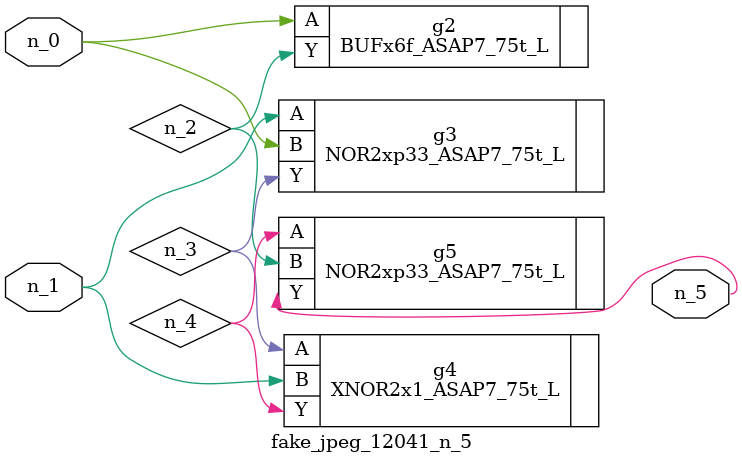
<source format=v>
module fake_jpeg_12041_n_5 (n_0, n_1, n_5);

input n_0;
input n_1;

output n_5;

wire n_2;
wire n_3;
wire n_4;

BUFx6f_ASAP7_75t_L g2 ( 
.A(n_0),
.Y(n_2)
);

NOR2xp33_ASAP7_75t_L g3 ( 
.A(n_1),
.B(n_0),
.Y(n_3)
);

XNOR2x1_ASAP7_75t_L g4 ( 
.A(n_3),
.B(n_1),
.Y(n_4)
);

NOR2xp33_ASAP7_75t_L g5 ( 
.A(n_4),
.B(n_2),
.Y(n_5)
);


endmodule
</source>
